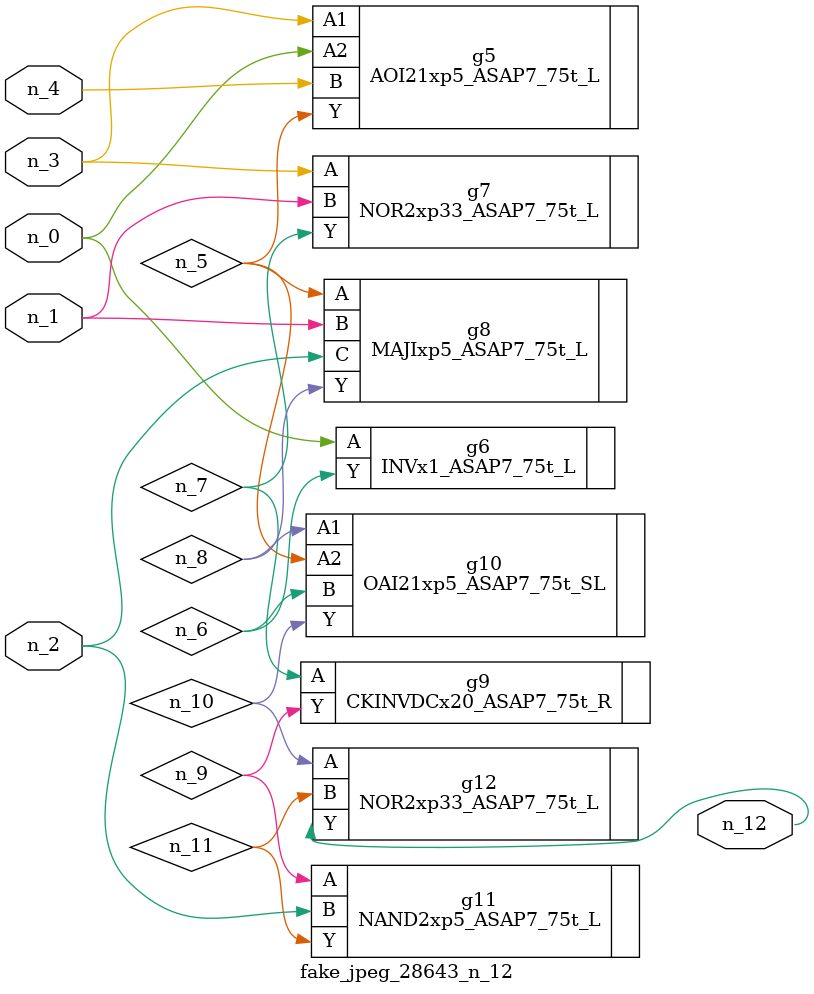
<source format=v>
module fake_jpeg_28643_n_12 (n_3, n_2, n_1, n_0, n_4, n_12);

input n_3;
input n_2;
input n_1;
input n_0;
input n_4;

output n_12;

wire n_11;
wire n_10;
wire n_8;
wire n_9;
wire n_6;
wire n_5;
wire n_7;

AOI21xp5_ASAP7_75t_L g5 ( 
.A1(n_3),
.A2(n_0),
.B(n_4),
.Y(n_5)
);

INVx1_ASAP7_75t_L g6 ( 
.A(n_0),
.Y(n_6)
);

NOR2xp33_ASAP7_75t_L g7 ( 
.A(n_3),
.B(n_1),
.Y(n_7)
);

MAJIxp5_ASAP7_75t_L g8 ( 
.A(n_5),
.B(n_1),
.C(n_2),
.Y(n_8)
);

OAI21xp5_ASAP7_75t_SL g10 ( 
.A1(n_8),
.A2(n_5),
.B(n_6),
.Y(n_10)
);

CKINVDCx20_ASAP7_75t_R g9 ( 
.A(n_7),
.Y(n_9)
);

NAND2xp5_ASAP7_75t_L g11 ( 
.A(n_9),
.B(n_2),
.Y(n_11)
);

NOR2xp33_ASAP7_75t_L g12 ( 
.A(n_10),
.B(n_11),
.Y(n_12)
);


endmodule
</source>
